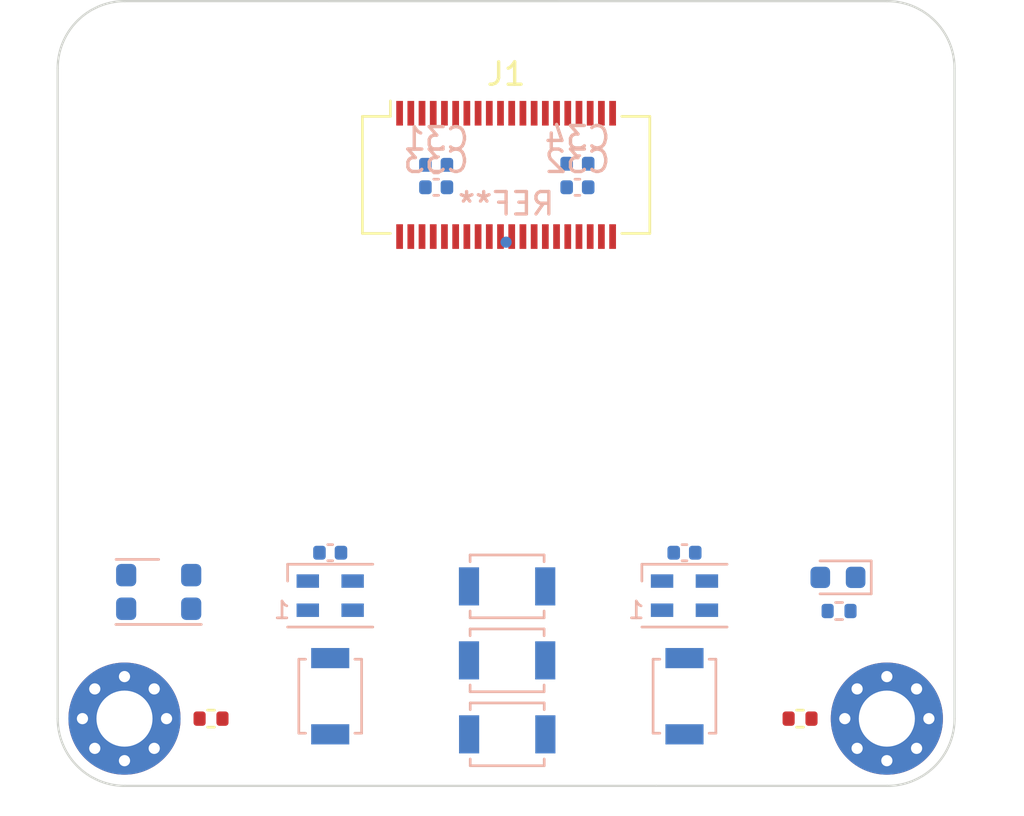
<source format=kicad_pcb>
(kicad_pcb (version 20211014) (generator pcbnew)
  (layers (0 "F.Cu" signal) (31 "B.Cu" signal) (34 "B.Paste" user) (35 "F.Paste" user) (36 "B.SilkS" user "B.Silkscreen") (37 "F.SilkS" user "F.Silkscreen") (38 "B.Mask" user) (39 "F.Mask" user) (44 "Edge.Cuts" user))
  (net 0 "")
  (footprint "MountingHole:MountingHole_2.5mm_Pad_Via" (layer "F.Cu") (at 154.925 123.4)
    (fp_text reference "H1" hide)
    (fp_text value "BL")
    (pad "1" thru_hole circle locked (at -1.325825 1.325825) (size 0.8 0.8) (drill 0.5) (layers *.Cu *.Mask))
    (pad "1" thru_hole circle locked (at 0 0) (size 5 5) (drill 2.5) (layers *.Cu *.Mask))
    (pad "1" thru_hole circle locked (at 0 1.875) (size 0.8 0.8) (drill 0.5) (layers *.Cu *.Mask))
    (pad "1" thru_hole circle locked (at 1.325825 1.325825) (size 0.8 0.8) (drill 0.5) (layers *.Cu *.Mask))
    (pad "1" thru_hole circle locked (at -1.875 0) (size 0.8 0.8) (drill 0.5) (layers *.Cu *.Mask))
    (pad "1" thru_hole circle locked (at -1.325825 -1.325825) (size 0.8 0.8) (drill 0.5) (layers *.Cu *.Mask))
    (pad "1" thru_hole circle locked (at 1.875 0) (size 0.8 0.8) (drill 0.5) (layers *.Cu *.Mask))
    (pad "1" thru_hole circle locked (at 1.325825 -1.325825) (size 0.8 0.8) (drill 0.5) (layers *.Cu *.Mask))
    (pad "1" thru_hole circle locked (at 0 -1.875) (size 0.8 0.8) (drill 0.5) (layers *.Cu *.Mask))
  )
  (footprint "Resistor_SMD:R_0402_1005Metric" (layer "F.Cu") (at 151.05434 123.40066)
    (fp_text reference "REF**" hide)
    (fp_text value "R_0402_1005Metric")
    (fp_line (start -0.153641 0.38) (end 0.153641 0.38) (layer "F.SilkS") (width 0.12))
    (fp_line (start -0.153641 -0.38) (end 0.153641 -0.38) (layer "F.SilkS") (width 0.12))
    (pad "1" smd roundrect locked (at -0.51 0) (size 0.54 0.64) (layers "F.Cu" "F.Paste" "F.Mask"))
    (pad "2" smd roundrect locked (at 0.51 0) (size 0.54 0.64) (layers "F.Cu" "F.Paste" "F.Mask"))
  )
  (footprint "Resistor_SMD:R_0402_1005Metric" (layer "F.Cu") (at 124.78434 123.40066)
    (fp_text reference "REF**" hide)
    (fp_text value "R_0402_1005Metric")
    (fp_line (start -0.153641 0.38) (end 0.153641 0.38) (layer "F.SilkS") (width 0.12))
    (fp_line (start -0.153641 -0.38) (end 0.153641 -0.38) (layer "F.SilkS") (width 0.12))
    (pad "1" smd roundrect locked (at -0.51 0) (size 0.54 0.64) (layers "F.Cu" "F.Paste" "F.Mask"))
    (pad "2" smd roundrect locked (at 0.51 0) (size 0.54 0.64) (layers "F.Cu" "F.Paste" "F.Mask"))
  )
  (footprint "Connector_Molex:Molex_SlimStack_54722-0404_2x20_P0.50mm_Vertical" (layer "F.Cu") (at 137.94434 99.15066)
    (fp_text reference "J1" (at 0 -4.5) (layer "F.SilkS"))
    (fp_text value "Conn_02x20_Odd_Even_Shielded")
    (fp_line (start 6.41 -2.61) (end 5.16 -2.61) (layer "F.SilkS") (width 0.12))
    (fp_line (start -5.16 -2.61) (end -5.16 -3.3) (layer "F.SilkS") (width 0.12))
    (fp_line (start -6.41 -2.61) (end -5.16 -2.61) (layer "F.SilkS") (width 0.12))
    (fp_line (start 5.16 2.61) (end 6.41 2.61) (layer "F.SilkS") (width 0.12))
    (fp_line (start -6.41 2.61) (end -6.41 -2.61) (layer "F.SilkS") (width 0.12))
    (fp_line (start -5.16 2.61) (end -6.41 2.61) (layer "F.SilkS") (width 0.12))
    (fp_line (start 6.41 2.61) (end 6.41 -2.61) (layer "F.SilkS") (width 0.12))
    (pad "1" smd rect locked (at -4.75 -2.75) (size 0.3 1.1) (layers "F.Cu" "F.Paste" "F.Mask"))
    (pad "2" smd rect locked (at -4.75 2.75) (size 0.3 1.1) (layers "F.Cu" "F.Paste" "F.Mask"))
    (pad "3" smd rect locked (at -4.25 -2.75) (size 0.3 1.1) (layers "F.Cu" "F.Paste" "F.Mask"))
    (pad "4" smd rect locked (at -4.25 2.75) (size 0.3 1.1) (layers "F.Cu" "F.Paste" "F.Mask"))
    (pad "5" smd rect locked (at -3.75 -2.75) (size 0.3 1.1) (layers "F.Cu" "F.Paste" "F.Mask"))
    (pad "6" smd rect locked (at -3.75 2.75) (size 0.3 1.1) (layers "F.Cu" "F.Paste" "F.Mask"))
    (pad "7" smd rect locked (at -3.25 -2.75) (size 0.3 1.1) (layers "F.Cu" "F.Paste" "F.Mask"))
    (pad "8" smd rect locked (at -3.25 2.75) (size 0.3 1.1) (layers "F.Cu" "F.Paste" "F.Mask"))
    (pad "9" smd rect locked (at -2.75 -2.75) (size 0.3 1.1) (layers "F.Cu" "F.Paste" "F.Mask"))
    (pad "10" smd rect locked (at -2.75 2.75) (size 0.3 1.1) (layers "F.Cu" "F.Paste" "F.Mask"))
    (pad "11" smd rect locked (at -2.25 -2.75) (size 0.3 1.1) (layers "F.Cu" "F.Paste" "F.Mask"))
    (pad "12" smd rect locked (at -2.25 2.75) (size 0.3 1.1) (layers "F.Cu" "F.Paste" "F.Mask"))
    (pad "13" smd rect locked (at -1.75 -2.75) (size 0.3 1.1) (layers "F.Cu" "F.Paste" "F.Mask"))
    (pad "14" smd rect locked (at -1.75 2.75) (size 0.3 1.1) (layers "F.Cu" "F.Paste" "F.Mask"))
    (pad "15" smd rect locked (at -1.25 -2.75) (size 0.3 1.1) (layers "F.Cu" "F.Paste" "F.Mask"))
    (pad "16" smd rect locked (at -1.25 2.75) (size 0.3 1.1) (layers "F.Cu" "F.Paste" "F.Mask"))
    (pad "17" smd rect locked (at -0.75 -2.75) (size 0.3 1.1) (layers "F.Cu" "F.Paste" "F.Mask"))
    (pad "18" smd rect locked (at -0.75 2.75) (size 0.3 1.1) (layers "F.Cu" "F.Paste" "F.Mask"))
    (pad "19" smd rect locked (at -0.25 -2.75) (size 0.3 1.1) (layers "F.Cu" "F.Paste" "F.Mask"))
    (pad "20" smd rect locked (at -0.25 2.75) (size 0.3 1.1) (layers "F.Cu" "F.Paste" "F.Mask"))
    (pad "21" smd rect locked (at 0.25 -2.75) (size 0.3 1.1) (layers "F.Cu" "F.Paste" "F.Mask"))
    (pad "22" smd rect locked (at 0.25 2.75) (size 0.3 1.1) (layers "F.Cu" "F.Paste" "F.Mask"))
    (pad "23" smd rect locked (at 0.75 -2.75) (size 0.3 1.1) (layers "F.Cu" "F.Paste" "F.Mask"))
    (pad "24" smd rect locked (at 0.75 2.75) (size 0.3 1.1) (layers "F.Cu" "F.Paste" "F.Mask"))
    (pad "25" smd rect locked (at 1.25 -2.75) (size 0.3 1.1) (layers "F.Cu" "F.Paste" "F.Mask"))
    (pad "26" smd rect locked (at 1.25 2.75) (size 0.3 1.1) (layers "F.Cu" "F.Paste" "F.Mask"))
    (pad "27" smd rect locked (at 1.75 -2.75) (size 0.3 1.1) (layers "F.Cu" "F.Paste" "F.Mask"))
    (pad "28" smd rect locked (at 1.75 2.75) (size 0.3 1.1) (layers "F.Cu" "F.Paste" "F.Mask"))
    (pad "29" smd rect locked (at 2.25 -2.75) (size 0.3 1.1) (layers "F.Cu" "F.Paste" "F.Mask"))
    (pad "30" smd rect locked (at 2.25 2.75) (size 0.3 1.1) (layers "F.Cu" "F.Paste" "F.Mask"))
    (pad "31" smd rect locked (at 2.75 -2.75) (size 0.3 1.1) (layers "F.Cu" "F.Paste" "F.Mask"))
    (pad "32" smd rect locked (at 2.75 2.75) (size 0.3 1.1) (layers "F.Cu" "F.Paste" "F.Mask"))
    (pad "33" smd rect locked (at 3.25 -2.75) (size 0.3 1.1) (layers "F.Cu" "F.Paste" "F.Mask"))
    (pad "34" smd rect locked (at 3.25 2.75) (size 0.3 1.1) (layers "F.Cu" "F.Paste" "F.Mask"))
    (pad "35" smd rect locked (at 3.75 -2.75) (size 0.3 1.1) (layers "F.Cu" "F.Paste" "F.Mask"))
    (pad "36" smd rect locked (at 3.75 2.75) (size 0.3 1.1) (layers "F.Cu" "F.Paste" "F.Mask"))
    (pad "37" smd rect locked (at 4.25 -2.75) (size 0.3 1.1) (layers "F.Cu" "F.Paste" "F.Mask"))
    (pad "38" smd rect locked (at 4.25 2.75) (size 0.3 1.1) (layers "F.Cu" "F.Paste" "F.Mask"))
    (pad "39" smd rect locked (at 4.75 -2.75) (size 0.3 1.1) (layers "F.Cu" "F.Paste" "F.Mask"))
    (pad "40" smd rect locked (at 4.75 2.75) (size 0.3 1.1) (layers "F.Cu" "F.Paste" "F.Mask"))
  )
  (footprint "MountingHole:MountingHole_2.5mm_Pad_Via" (layer "F.Cu") (at 120.925 123.4)
    (fp_text reference "H2" hide)
    (fp_text value "BR")
    (pad "1" thru_hole circle locked (at 1.325825 1.325825) (size 0.8 0.8) (drill 0.5) (layers *.Cu *.Mask))
    (pad "1" thru_hole circle locked (at -1.325825 -1.325825) (size 0.8 0.8) (drill 0.5) (layers *.Cu *.Mask))
    (pad "1" thru_hole circle locked (at 1.875 0) (size 0.8 0.8) (drill 0.5) (layers *.Cu *.Mask))
    (pad "1" thru_hole circle locked (at 1.325825 -1.325825) (size 0.8 0.8) (drill 0.5) (layers *.Cu *.Mask))
    (pad "1" thru_hole circle locked (at 0 0) (size 5 5) (drill 2.5) (layers *.Cu *.Mask))
    (pad "1" thru_hole circle locked (at -1.325825 1.325825) (size 0.8 0.8) (drill 0.5) (layers *.Cu *.Mask))
    (pad "1" thru_hole circle locked (at -1.875 0) (size 0.8 0.8) (drill 0.5) (layers *.Cu *.Mask))
    (pad "1" thru_hole circle locked (at 0 -1.875) (size 0.8 0.8) (drill 0.5) (layers *.Cu *.Mask))
    (pad "1" thru_hole circle locked (at 0 1.875) (size 0.8 0.8) (drill 0.5) (layers *.Cu *.Mask))
  )
  (footprint "Button_Switch_SMD:SW_SPST_B3U-1000P" (layer "B.Cu") (at 137.99434 124.10066)
    (fp_text reference "SW4" hide)
    (fp_text value "SW_Push")
    (fp_line (start 1.65 -1.4) (end 1.65 -1.1) (layer "B.SilkS") (width 0.12))
    (fp_line (start -1.65 1.4) (end 1.65 1.4) (layer "B.SilkS") (width 0.12))
    (fp_line (start -1.65 -1.1) (end -1.65 -1.4) (layer "B.SilkS") (width 0.12))
    (fp_line (start -1.65 -1.4) (end 1.65 -1.4) (layer "B.SilkS") (width 0.12))
    (fp_line (start 1.65 1.4) (end 1.65 1.1) (layer "B.SilkS") (width 0.12))
    (fp_line (start -1.65 1.1) (end -1.65 1.4) (layer "B.SilkS") (width 0.12))
    (pad "1" smd rect locked (at -1.7 0) (size 0.9 1.7) (layers "B.Cu" "B.Paste" "B.Mask"))
    (pad "2" smd rect locked (at 1.7 0) (size 0.9 1.7) (layers "B.Cu" "B.Paste" "B.Mask"))
  )
  (footprint "Fiducial:Fiducial_0.5mm_Mask1.5mm" (layer "B.Cu") (at 137.94434 102.15066 180)
    (fp_text reference "REF**" (at 0 1.7145) (layer "B.SilkS") (effects (justify mirror)))
    (fp_text value "Fiducial_0.5mm_Mask1.5mm")
    (pad "" smd circle locked (at 0 0 180) (size 0.5 0.5) (layers "B.Cu" "B.Mask") (clearance 0.5))
  )
  (footprint "LED_SMD:LED_0603_1608Metric" (layer "B.Cu") (at 152.74434 117.10066 180)
    (fp_text reference "REF**" hide)
    (fp_text value "LED_0603_1608Metric")
    (fp_line (start 0.8 0.735) (end -1.485 0.735) (layer "B.SilkS") (width 0.12))
    (fp_line (start -1.485 0.735) (end -1.485 -0.735) (layer "B.SilkS") (width 0.12))
    (fp_line (start -1.485 -0.735) (end 0.8 -0.735) (layer "B.SilkS") (width 0.12))
    (pad "1" smd roundrect locked (at -0.7875 0 180) (size 0.875 0.95) (layers "B.Cu" "B.Paste" "B.Mask"))
    (pad "2" smd roundrect locked (at 0.7875 0 180) (size 0.875 0.95) (layers "B.Cu" "B.Paste" "B.Mask"))
  )
  (footprint "Button_Switch_SMD:SW_SPST_B3U-1000P" (layer "B.Cu") (at 137.98868 120.80132)
    (fp_text reference "SW4" hide)
    (fp_text value "SW_Push")
    (fp_line (start 1.65 -1.4) (end 1.65 -1.1) (layer "B.SilkS") (width 0.12))
    (fp_line (start -1.65 1.4) (end 1.65 1.4) (layer "B.SilkS") (width 0.12))
    (fp_line (start -1.65 -1.1) (end -1.65 -1.4) (layer "B.SilkS") (width 0.12))
    (fp_line (start -1.65 -1.4) (end 1.65 -1.4) (layer "B.SilkS") (width 0.12))
    (fp_line (start 1.65 1.4) (end 1.65 1.1) (layer "B.SilkS") (width 0.12))
    (fp_line (start -1.65 1.1) (end -1.65 1.4) (layer "B.SilkS") (width 0.12))
    (pad "1" smd rect locked (at -1.7 0) (size 0.9 1.7) (layers "B.Cu" "B.Paste" "B.Mask"))
    (pad "2" smd rect locked (at 1.7 0) (size 0.9 1.7) (layers "B.Cu" "B.Paste" "B.Mask"))
  )
  (footprint "Button_Switch_SMD:SW_SPST_B3U-1000P" (layer "B.Cu") (at 130.1 122.4 90)
    (fp_text reference "SW4" hide)
    (fp_text value "SW_Push")
    (fp_line (start 1.65 -1.4) (end 1.65 -1.1) (layer "B.SilkS") (width 0.12))
    (fp_line (start -1.65 1.4) (end 1.65 1.4) (layer "B.SilkS") (width 0.12))
    (fp_line (start -1.65 -1.1) (end -1.65 -1.4) (layer "B.SilkS") (width 0.12))
    (fp_line (start -1.65 -1.4) (end 1.65 -1.4) (layer "B.SilkS") (width 0.12))
    (fp_line (start 1.65 1.4) (end 1.65 1.1) (layer "B.SilkS") (width 0.12))
    (fp_line (start -1.65 1.1) (end -1.65 1.4) (layer "B.SilkS") (width 0.12))
    (pad "1" smd rect locked (at -1.7 0 90) (size 0.9 1.7) (layers "B.Cu" "B.Paste" "B.Mask"))
    (pad "2" smd rect locked (at 1.7 0 90) (size 0.9 1.7) (layers "B.Cu" "B.Paste" "B.Mask"))
  )
  (footprint "Capacitor_SMD:C_0402_1005Metric" (layer "B.Cu") (at 130.1 116)
    (fp_text reference "C39" hide)
    (fp_text value "0.1u")
    (fp_line (start -0.107836 -0.36) (end 0.107836 -0.36) (layer "B.SilkS") (width 0.12))
    (fp_line (start -0.107836 0.36) (end 0.107836 0.36) (layer "B.SilkS") (width 0.12))
    (pad "1" smd roundrect locked (at -0.48 0) (size 0.56 0.62) (layers "B.Cu" "B.Paste" "B.Mask"))
    (pad "2" smd roundrect locked (at 0.48 0) (size 0.56 0.62) (layers "B.Cu" "B.Paste" "B.Mask"))
  )
  (footprint "Capacitor_SMD:C_0402_1005Metric" (layer "B.Cu") (at 145.9 116)
    (fp_text reference "C39" hide)
    (fp_text value "0.1u")
    (fp_line (start -0.107836 0.36) (end 0.107836 0.36) (layer "B.SilkS") (width 0.12))
    (fp_line (start -0.107836 -0.36) (end 0.107836 -0.36) (layer "B.SilkS") (width 0.12))
    (pad "1" smd roundrect locked (at -0.48 0) (size 0.56 0.62) (layers "B.Cu" "B.Paste" "B.Mask"))
    (pad "2" smd roundrect locked (at 0.48 0) (size 0.56 0.62) (layers "B.Cu" "B.Paste" "B.Mask"))
  )
  (footprint "Button_Switch_SMD:SW_SPST_B3U-1000P" (layer "B.Cu") (at 145.9 122.4 90)
    (fp_text reference "SW4" hide)
    (fp_text value "SW_Push")
    (fp_line (start 1.65 -1.4) (end 1.65 -1.1) (layer "B.SilkS") (width 0.12))
    (fp_line (start -1.65 1.4) (end 1.65 1.4) (layer "B.SilkS") (width 0.12))
    (fp_line (start -1.65 -1.1) (end -1.65 -1.4) (layer "B.SilkS") (width 0.12))
    (fp_line (start -1.65 -1.4) (end 1.65 -1.4) (layer "B.SilkS") (width 0.12))
    (fp_line (start 1.65 1.4) (end 1.65 1.1) (layer "B.SilkS") (width 0.12))
    (fp_line (start -1.65 1.1) (end -1.65 1.4) (layer "B.SilkS") (width 0.12))
    (pad "1" smd rect locked (at -1.7 0 90) (size 0.9 1.7) (layers "B.Cu" "B.Paste" "B.Mask"))
    (pad "2" smd rect locked (at 1.7 0 90) (size 0.9 1.7) (layers "B.Cu" "B.Paste" "B.Mask"))
  )
  (footprint "Capacitor_SMD:C_0402_1005Metric" (layer "B.Cu") (at 141.125 98.65132 180)
    (fp_text reference "C34" (at 0 1.16) (layer "B.SilkS") (effects (justify mirror)))
    (fp_text value "1u")
    (fp_line (start -0.107836 0.36) (end 0.107836 0.36) (layer "B.SilkS") (width 0.12))
    (fp_line (start -0.107836 -0.36) (end 0.107836 -0.36) (layer "B.SilkS") (width 0.12))
    (pad "1" smd roundrect locked (at -0.48 0 180) (size 0.56 0.62) (layers "B.Cu" "B.Paste" "B.Mask"))
    (pad "2" smd roundrect locked (at 0.48 0 180) (size 0.56 0.62) (layers "B.Cu" "B.Paste" "B.Mask"))
  )
  (footprint "Capacitor_SMD:C_0402_1005Metric" (layer "B.Cu") (at 134.825 98.70132 180)
    (fp_text reference "C31" (at 0 1.16) (layer "B.SilkS") (effects (justify mirror)))
    (fp_text value "1u")
    (fp_line (start -0.107836 0.36) (end 0.107836 0.36) (layer "B.SilkS") (width 0.12))
    (fp_line (start -0.107836 -0.36) (end 0.107836 -0.36) (layer "B.SilkS") (width 0.12))
    (pad "1" smd roundrect locked (at -0.48 0 180) (size 0.56 0.62) (layers "B.Cu" "B.Paste" "B.Mask"))
    (pad "2" smd roundrect locked (at 0.48 0 180) (size 0.56 0.62) (layers "B.Cu" "B.Paste" "B.Mask"))
  )
  (footprint "LED_SMD:LED_SK6805_PLCC4_2.4x2.7mm_P1.3mm" (layer "B.Cu") (at 130.1 117.914999)
    (fp_text reference "D7" hide)
    (fp_text value "SK6805")
    (fp_text user "1" (at -2.15 0.65) (layer "B.SilkS") (effects (font (size 0.75 0.75) (thickness 0.12)) (justify mirror)))
    (fp_line (start -1.9 -1.4) (end 1.9 -1.4) (layer "B.SilkS") (width 0.12))
    (fp_line (start -1.9 1.4) (end 1.9 1.4) (layer "B.SilkS") (width 0.12))
    (fp_line (start -1.9 -1.4) (end -1.9 -0.65) (layer "B.SilkS") (width 0.12))
    (pad "1" smd rect locked (at -1 0.65) (size 1 0.6) (layers "B.Cu" "B.Paste" "B.Mask"))
    (pad "2" smd rect locked (at -1 -0.65) (size 1 0.6) (layers "B.Cu" "B.Paste" "B.Mask"))
    (pad "3" smd rect locked (at 1 -0.65) (size 1 0.6) (layers "B.Cu" "B.Paste" "B.Mask"))
    (pad "4" smd rect locked (at 1 0.65) (size 1 0.6) (layers "B.Cu" "B.Paste" "B.Mask"))
  )
  (footprint "Capacitor_SMD:C_0402_1005Metric" (layer "B.Cu") (at 141.12566 99.70198 180)
    (fp_text reference "C32" (at 0 1.16) (layer "B.SilkS") (effects (justify mirror)))
    (fp_text value "1u")
    (fp_line (start -0.107836 -0.36) (end 0.107836 -0.36) (layer "B.SilkS") (width 0.12))
    (fp_line (start -0.107836 0.36) (end 0.107836 0.36) (layer "B.SilkS") (width 0.12))
    (pad "1" smd roundrect locked (at -0.48 0 180) (size 0.56 0.62) (layers "B.Cu" "B.Paste" "B.Mask"))
    (pad "2" smd roundrect locked (at 0.48 0 180) (size 0.56 0.62) (layers "B.Cu" "B.Paste" "B.Mask"))
  )
  (footprint "Capacitor_SMD:C_0402_1005Metric" (layer "B.Cu") (at 134.82566 99.70198 180)
    (fp_text reference "C33" (at 0 1.16) (layer "B.SilkS") (effects (justify mirror)))
    (fp_text value "1u")
    (fp_line (start -0.107836 -0.36) (end 0.107836 -0.36) (layer "B.SilkS") (width 0.12))
    (fp_line (start -0.107836 0.36) (end 0.107836 0.36) (layer "B.SilkS") (width 0.12))
    (pad "1" smd roundrect locked (at -0.48 0 180) (size 0.56 0.62) (layers "B.Cu" "B.Paste" "B.Mask"))
    (pad "2" smd roundrect locked (at 0.48 0 180) (size 0.56 0.62) (layers "B.Cu" "B.Paste" "B.Mask"))
  )
  (footprint "Resistor_SMD:R_0402_1005Metric" (layer "B.Cu") (at 152.79434 118.60066 180)
    (fp_text reference "REF**" hide)
    (fp_text value "R_0402_1005Metric")
    (fp_line (start -0.153641 -0.38) (end 0.153641 -0.38) (layer "B.SilkS") (width 0.12))
    (fp_line (start -0.153641 0.38) (end 0.153641 0.38) (layer "B.SilkS") (width 0.12))
    (pad "1" smd roundrect locked (at -0.51 0 180) (size 0.54 0.64) (layers "B.Cu" "B.Paste" "B.Mask"))
    (pad "2" smd roundrect locked (at 0.51 0 180) (size 0.54 0.64) (layers "B.Cu" "B.Paste" "B.Mask"))
  )
  (footprint "OptoDevice:AMS_TSL2550_SMD" (layer "B.Cu") (at 122.45 117.75 180)
    (fp_text reference "REF**" hide)
    (fp_text value "AMS_TSL2550_SMD")
    (fp_line (start 0 1.45) (end 1.9 1.45) (layer "B.SilkS") (width 0.12))
    (fp_line (start -1.9 -1.45) (end 1.91 -1.45) (layer "B.SilkS") (width 0.12))
    (pad "1" smd roundrect locked (at -1.45 0.75 180) (size 0.9 1) (layers "B.Cu" "B.Paste" "B.Mask"))
    (pad "2" smd roundrect locked (at -1.45 -0.75 180) (size 0.9 1) (layers "B.Cu" "B.Paste" "B.Mask"))
    (pad "3" smd roundrect locked (at 1.45 -0.75 180) (size 0.9 1) (layers "B.Cu" "B.Paste" "B.Mask"))
    (pad "4" smd roundrect locked (at 1.45 0.75 180) (size 0.9 1) (layers "B.Cu" "B.Paste" "B.Mask"))
  )
  (footprint "Button_Switch_SMD:SW_SPST_B3U-1000P" (layer "B.Cu") (at 137.98868 117.50198)
    (fp_text reference "SW4" hide)
    (fp_text value "SW_Push")
    (fp_line (start 1.65 -1.4) (end 1.65 -1.1) (layer "B.SilkS") (width 0.12))
    (fp_line (start -1.65 1.4) (end 1.65 1.4) (layer "B.SilkS") (width 0.12))
    (fp_line (start -1.65 -1.1) (end -1.65 -1.4) (layer "B.SilkS") (width 0.12))
    (fp_line (start -1.65 -1.4) (end 1.65 -1.4) (layer "B.SilkS") (width 0.12))
    (fp_line (start 1.65 1.4) (end 1.65 1.1) (layer "B.SilkS") (width 0.12))
    (fp_line (start -1.65 1.1) (end -1.65 1.4) (layer "B.SilkS") (width 0.12))
    (pad "1" smd rect locked (at -1.7 0) (size 0.9 1.7) (layers "B.Cu" "B.Paste" "B.Mask"))
    (pad "2" smd rect locked (at 1.7 0) (size 0.9 1.7) (layers "B.Cu" "B.Paste" "B.Mask"))
  )
  (footprint "LED_SMD:LED_SK6805_PLCC4_2.4x2.7mm_P1.3mm" (layer "B.Cu") (at 145.9 117.914999)
    (fp_text reference "D7" hide)
    (fp_text value "SK6805")
    (fp_text user "1" (at -2.15 0.65) (layer "B.SilkS") (effects (font (size 0.75 0.75) (thickness 0.12)) (justify mirror)))
    (fp_line (start -1.9 1.4) (end 1.9 1.4) (layer "B.SilkS") (width 0.12))
    (fp_line (start -1.9 -1.4) (end -1.9 -0.65) (layer "B.SilkS") (width 0.12))
    (fp_line (start -1.9 -1.4) (end 1.9 -1.4) (layer "B.SilkS") (width 0.12))
    (pad "1" smd rect locked (at -1 0.65) (size 1 0.6) (layers "B.Cu" "B.Paste" "B.Mask"))
    (pad "2" smd rect locked (at -1 -0.65) (size 1 0.6) (layers "B.Cu" "B.Paste" "B.Mask"))
    (pad "3" smd rect locked (at 1 -0.65) (size 1 0.6) (layers "B.Cu" "B.Paste" "B.Mask"))
    (pad "4" smd rect locked (at 1 0.65) (size 1 0.6) (layers "B.Cu" "B.Paste" "B.Mask"))
  )
  (gr_line (start 144.645 126.4) (end 154.945 126.4) (layer "Edge.Cuts") (width 0.1))
  (gr_line (start 120.945 91.4) (end 154.94368 91.40132) (layer "Edge.Cuts") (width 0.1))
  (gr_arc (start 154.94368 91.40132) (mid 157.065 92.28) (end 157.94368 94.40132) (layer "Edge.Cuts") (width 0.1))
  (gr_line (start 120.94632 126.4) (end 144.645 126.4) (layer "Edge.Cuts") (width 0.1))
  (gr_arc (start 117.945 94.4) (mid 118.82368 92.27868) (end 120.945 91.4) (layer "Edge.Cuts") (width 0.1))
  (gr_line (start 117.945 94.4) (end 117.94632 123.4) (layer "Edge.Cuts") (width 0.1))
  (gr_arc (start 157.945 123.4) (mid 157.06632 125.52132) (end 154.945 126.4) (layer "Edge.Cuts") (width 0.1))
  (gr_arc (start 120.94632 126.4) (mid 118.825 125.52132) (end 117.94632 123.4) (layer "Edge.Cuts") (width 0.1))
  (gr_line (start 157.94368 94.40132) (end 157.945 123.4) (layer "Edge.Cuts") (width 0.1))
)
</source>
